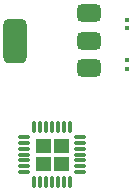
<source format=gbr>
%TF.GenerationSoftware,KiCad,Pcbnew,9.0.5*%
%TF.CreationDate,2025-10-26T01:34:21+08:00*%
%TF.ProjectId,KiCAD_Proj (ESP32),4b694341-445f-4507-926f-6a2028455350,rev?*%
%TF.SameCoordinates,Original*%
%TF.FileFunction,Paste,Bot*%
%TF.FilePolarity,Positive*%
%FSLAX46Y46*%
G04 Gerber Fmt 4.6, Leading zero omitted, Abs format (unit mm)*
G04 Created by KiCad (PCBNEW 9.0.5) date 2025-10-26 01:34:21*
%MOMM*%
%LPD*%
G01*
G04 APERTURE LIST*
G04 Aperture macros list*
%AMRoundRect*
0 Rectangle with rounded corners*
0 $1 Rounding radius*
0 $2 $3 $4 $5 $6 $7 $8 $9 X,Y pos of 4 corners*
0 Add a 4 corners polygon primitive as box body*
4,1,4,$2,$3,$4,$5,$6,$7,$8,$9,$2,$3,0*
0 Add four circle primitives for the rounded corners*
1,1,$1+$1,$2,$3*
1,1,$1+$1,$4,$5*
1,1,$1+$1,$6,$7*
1,1,$1+$1,$8,$9*
0 Add four rect primitives between the rounded corners*
20,1,$1+$1,$2,$3,$4,$5,0*
20,1,$1+$1,$4,$5,$6,$7,0*
20,1,$1+$1,$6,$7,$8,$9,0*
20,1,$1+$1,$8,$9,$2,$3,0*%
G04 Aperture macros list end*
%ADD10C,0.010000*%
%ADD11RoundRect,0.375000X0.625000X0.375000X-0.625000X0.375000X-0.625000X-0.375000X0.625000X-0.375000X0*%
%ADD12RoundRect,0.500000X0.500000X1.400000X-0.500000X1.400000X-0.500000X-1.400000X0.500000X-1.400000X0*%
%ADD13RoundRect,0.079500X0.100500X-0.079500X0.100500X0.079500X-0.100500X0.079500X-0.100500X-0.079500X0*%
%ADD14RoundRect,0.067500X0.437500X0.067500X-0.437500X0.067500X-0.437500X-0.067500X0.437500X-0.067500X0*%
%ADD15RoundRect,0.067500X0.067500X0.437500X-0.067500X0.437500X-0.067500X-0.437500X0.067500X-0.437500X0*%
G04 APERTURE END LIST*
D10*
%TO.C,U1*%
X147119855Y-110042856D02*
X145967875Y-110042856D01*
X145967875Y-108893125D01*
X147119855Y-108893125D01*
X147119855Y-110042856D01*
G36*
X147119855Y-110042856D02*
G01*
X145967875Y-110042856D01*
X145967875Y-108893125D01*
X147119855Y-108893125D01*
X147119855Y-110042856D01*
G37*
X147118913Y-108531913D02*
X145969000Y-108531913D01*
X145969000Y-107382000D01*
X147118913Y-107382000D01*
X147118913Y-108531913D01*
G36*
X147118913Y-108531913D02*
G01*
X145969000Y-108531913D01*
X145969000Y-107382000D01*
X147118913Y-107382000D01*
X147118913Y-108531913D01*
G37*
X148630400Y-110043400D02*
X147479000Y-110043400D01*
X147479000Y-108892000D01*
X148630400Y-108892000D01*
X148630400Y-110043400D01*
G36*
X148630400Y-110043400D02*
G01*
X147479000Y-110043400D01*
X147479000Y-108892000D01*
X148630400Y-108892000D01*
X148630400Y-110043400D01*
G37*
X148629787Y-108532786D02*
X147480034Y-108532786D01*
X147480034Y-107380966D01*
X148629787Y-107380966D01*
X148629787Y-108532786D01*
G36*
X148629787Y-108532786D02*
G01*
X147480034Y-108532786D01*
X147480034Y-107380966D01*
X148629787Y-107380966D01*
X148629787Y-108532786D01*
G37*
%TD*%
D11*
%TO.C,U2*%
X150449000Y-96760000D03*
X150449000Y-99060000D03*
D12*
X144149000Y-99060000D03*
D11*
X150449000Y-101360000D03*
%TD*%
D13*
%TO.C,C1*%
X153663116Y-101437000D03*
X153663116Y-100747000D03*
%TD*%
D14*
%TO.C,U1*%
X149659000Y-107212000D03*
X149659000Y-107712000D03*
X149659000Y-108212000D03*
X149659000Y-108712000D03*
X149659000Y-109212000D03*
X149659000Y-109712000D03*
X149659000Y-110212000D03*
D15*
X148799000Y-111072000D03*
X148299000Y-111072000D03*
X147799000Y-111072000D03*
X147299000Y-111072000D03*
X146799000Y-111072000D03*
X146299000Y-111072000D03*
X145799000Y-111072000D03*
D14*
X144939000Y-110212000D03*
X144939000Y-109712000D03*
X144939000Y-109212000D03*
X144939000Y-108712000D03*
X144939000Y-108212000D03*
X144939000Y-107712000D03*
X144939000Y-107212000D03*
D15*
X145799000Y-106352000D03*
X146299000Y-106352000D03*
X146799000Y-106352000D03*
X147299000Y-106352000D03*
X147799000Y-106352000D03*
X148299000Y-106352000D03*
X148799000Y-106352000D03*
%TD*%
D13*
%TO.C,C2*%
X153663116Y-98008000D03*
X153663116Y-97318000D03*
%TD*%
M02*

</source>
